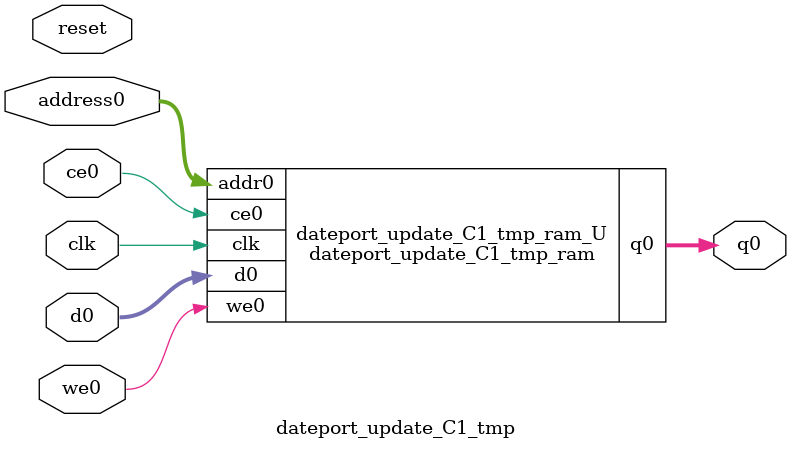
<source format=v>

`timescale 1 ns / 1 ps
module dateport_update_C1_tmp_ram (addr0, ce0, d0, we0, q0,  clk);

parameter DWIDTH = 32;
parameter AWIDTH = 5;
parameter MEM_SIZE = 25;

input[AWIDTH-1:0] addr0;
input ce0;
input[DWIDTH-1:0] d0;
input we0;
output reg[DWIDTH-1:0] q0;
input clk;

(* ram_style = "distributed" *)reg [DWIDTH-1:0] ram[MEM_SIZE-1:0];




always @(posedge clk)  
begin 
    if (ce0) 
    begin
        if (we0) 
        begin 
            ram[addr0] <= d0; 
            q0 <= d0;
        end 
        else 
            q0 <= ram[addr0];
    end
end


endmodule


`timescale 1 ns / 1 ps
module dateport_update_C1_tmp(
    reset,
    clk,
    address0,
    ce0,
    we0,
    d0,
    q0);

parameter DataWidth = 32'd32;
parameter AddressRange = 32'd25;
parameter AddressWidth = 32'd5;
input reset;
input clk;
input[AddressWidth - 1:0] address0;
input ce0;
input we0;
input[DataWidth - 1:0] d0;
output[DataWidth - 1:0] q0;



dateport_update_C1_tmp_ram dateport_update_C1_tmp_ram_U(
    .clk( clk ),
    .addr0( address0 ),
    .ce0( ce0 ),
    .d0( d0 ),
    .we0( we0 ),
    .q0( q0 ));

endmodule


</source>
